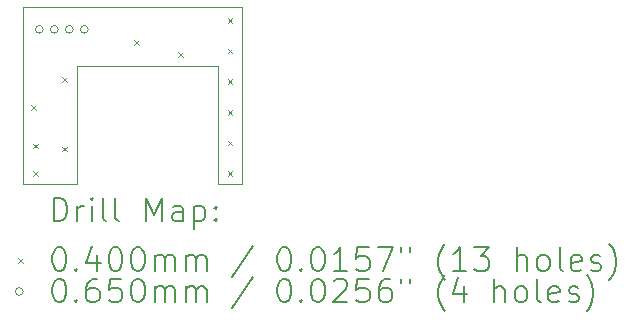
<source format=gbr>
%FSLAX45Y45*%
G04 Gerber Fmt 4.5, Leading zero omitted, Abs format (unit mm)*
G04 Created by KiCad (PCBNEW (6.0.6)) date 2022-06-25 15:26:02*
%MOMM*%
%LPD*%
G01*
G04 APERTURE LIST*
%TA.AperFunction,Profile*%
%ADD10C,0.050000*%
%TD*%
%ADD11C,0.200000*%
%ADD12C,0.040000*%
%ADD13C,0.065000*%
G04 APERTURE END LIST*
D10*
X15800000Y-8000000D02*
X15800000Y-9500000D01*
X14400000Y-9500000D02*
X13950000Y-9500000D01*
X14400000Y-9500000D02*
X14400000Y-8500000D01*
X14400000Y-8500000D02*
X15600000Y-8500000D01*
X15600000Y-8500000D02*
X15600000Y-9500000D01*
X15800000Y-9500000D02*
X15600000Y-9500000D01*
X13950000Y-9500000D02*
X13950000Y-8000000D01*
X13950000Y-8000000D02*
X15800000Y-8000000D01*
D11*
D12*
X14017000Y-8831000D02*
X14057000Y-8871000D01*
X14057000Y-8831000D02*
X14017000Y-8871000D01*
X14030000Y-9154000D02*
X14070000Y-9194000D01*
X14070000Y-9154000D02*
X14030000Y-9194000D01*
X14030000Y-9390000D02*
X14070000Y-9430000D01*
X14070000Y-9390000D02*
X14030000Y-9430000D01*
X14278000Y-9179000D02*
X14318000Y-9219000D01*
X14318000Y-9179000D02*
X14278000Y-9219000D01*
X14280000Y-8589000D02*
X14320000Y-8629000D01*
X14320000Y-8589000D02*
X14280000Y-8629000D01*
X14885000Y-8280000D02*
X14925000Y-8320000D01*
X14925000Y-8280000D02*
X14885000Y-8320000D01*
X15263000Y-8381000D02*
X15303000Y-8421000D01*
X15303000Y-8381000D02*
X15263000Y-8421000D01*
X15680000Y-8090000D02*
X15720000Y-8130000D01*
X15720000Y-8090000D02*
X15680000Y-8130000D01*
X15680000Y-8350000D02*
X15720000Y-8390000D01*
X15720000Y-8350000D02*
X15680000Y-8390000D01*
X15680000Y-8610000D02*
X15720000Y-8650000D01*
X15720000Y-8610000D02*
X15680000Y-8650000D01*
X15680000Y-8870000D02*
X15720000Y-8910000D01*
X15720000Y-8870000D02*
X15680000Y-8910000D01*
X15680000Y-9130000D02*
X15720000Y-9170000D01*
X15720000Y-9130000D02*
X15680000Y-9170000D01*
X15680000Y-9390000D02*
X15720000Y-9430000D01*
X15720000Y-9390000D02*
X15680000Y-9430000D01*
D13*
X14116500Y-8187000D02*
G75*
G03*
X14116500Y-8187000I-32500J0D01*
G01*
X14243500Y-8187000D02*
G75*
G03*
X14243500Y-8187000I-32500J0D01*
G01*
X14370500Y-8187000D02*
G75*
G03*
X14370500Y-8187000I-32500J0D01*
G01*
X14497500Y-8187000D02*
G75*
G03*
X14497500Y-8187000I-32500J0D01*
G01*
D11*
X14205119Y-9812976D02*
X14205119Y-9612976D01*
X14252738Y-9612976D01*
X14281309Y-9622500D01*
X14300357Y-9641548D01*
X14309881Y-9660595D01*
X14319405Y-9698690D01*
X14319405Y-9727262D01*
X14309881Y-9765357D01*
X14300357Y-9784405D01*
X14281309Y-9803452D01*
X14252738Y-9812976D01*
X14205119Y-9812976D01*
X14405119Y-9812976D02*
X14405119Y-9679643D01*
X14405119Y-9717738D02*
X14414643Y-9698690D01*
X14424167Y-9689167D01*
X14443214Y-9679643D01*
X14462262Y-9679643D01*
X14528928Y-9812976D02*
X14528928Y-9679643D01*
X14528928Y-9612976D02*
X14519405Y-9622500D01*
X14528928Y-9632024D01*
X14538452Y-9622500D01*
X14528928Y-9612976D01*
X14528928Y-9632024D01*
X14652738Y-9812976D02*
X14633690Y-9803452D01*
X14624167Y-9784405D01*
X14624167Y-9612976D01*
X14757500Y-9812976D02*
X14738452Y-9803452D01*
X14728928Y-9784405D01*
X14728928Y-9612976D01*
X14986071Y-9812976D02*
X14986071Y-9612976D01*
X15052738Y-9755833D01*
X15119405Y-9612976D01*
X15119405Y-9812976D01*
X15300357Y-9812976D02*
X15300357Y-9708214D01*
X15290833Y-9689167D01*
X15271786Y-9679643D01*
X15233690Y-9679643D01*
X15214643Y-9689167D01*
X15300357Y-9803452D02*
X15281309Y-9812976D01*
X15233690Y-9812976D01*
X15214643Y-9803452D01*
X15205119Y-9784405D01*
X15205119Y-9765357D01*
X15214643Y-9746310D01*
X15233690Y-9736786D01*
X15281309Y-9736786D01*
X15300357Y-9727262D01*
X15395595Y-9679643D02*
X15395595Y-9879643D01*
X15395595Y-9689167D02*
X15414643Y-9679643D01*
X15452738Y-9679643D01*
X15471786Y-9689167D01*
X15481309Y-9698690D01*
X15490833Y-9717738D01*
X15490833Y-9774881D01*
X15481309Y-9793929D01*
X15471786Y-9803452D01*
X15452738Y-9812976D01*
X15414643Y-9812976D01*
X15395595Y-9803452D01*
X15576548Y-9793929D02*
X15586071Y-9803452D01*
X15576548Y-9812976D01*
X15567024Y-9803452D01*
X15576548Y-9793929D01*
X15576548Y-9812976D01*
X15576548Y-9689167D02*
X15586071Y-9698690D01*
X15576548Y-9708214D01*
X15567024Y-9698690D01*
X15576548Y-9689167D01*
X15576548Y-9708214D01*
D12*
X13907500Y-10122500D02*
X13947500Y-10162500D01*
X13947500Y-10122500D02*
X13907500Y-10162500D01*
D11*
X14243214Y-10032976D02*
X14262262Y-10032976D01*
X14281309Y-10042500D01*
X14290833Y-10052024D01*
X14300357Y-10071071D01*
X14309881Y-10109167D01*
X14309881Y-10156786D01*
X14300357Y-10194881D01*
X14290833Y-10213929D01*
X14281309Y-10223452D01*
X14262262Y-10232976D01*
X14243214Y-10232976D01*
X14224167Y-10223452D01*
X14214643Y-10213929D01*
X14205119Y-10194881D01*
X14195595Y-10156786D01*
X14195595Y-10109167D01*
X14205119Y-10071071D01*
X14214643Y-10052024D01*
X14224167Y-10042500D01*
X14243214Y-10032976D01*
X14395595Y-10213929D02*
X14405119Y-10223452D01*
X14395595Y-10232976D01*
X14386071Y-10223452D01*
X14395595Y-10213929D01*
X14395595Y-10232976D01*
X14576548Y-10099643D02*
X14576548Y-10232976D01*
X14528928Y-10023452D02*
X14481309Y-10166310D01*
X14605119Y-10166310D01*
X14719405Y-10032976D02*
X14738452Y-10032976D01*
X14757500Y-10042500D01*
X14767024Y-10052024D01*
X14776548Y-10071071D01*
X14786071Y-10109167D01*
X14786071Y-10156786D01*
X14776548Y-10194881D01*
X14767024Y-10213929D01*
X14757500Y-10223452D01*
X14738452Y-10232976D01*
X14719405Y-10232976D01*
X14700357Y-10223452D01*
X14690833Y-10213929D01*
X14681309Y-10194881D01*
X14671786Y-10156786D01*
X14671786Y-10109167D01*
X14681309Y-10071071D01*
X14690833Y-10052024D01*
X14700357Y-10042500D01*
X14719405Y-10032976D01*
X14909881Y-10032976D02*
X14928928Y-10032976D01*
X14947976Y-10042500D01*
X14957500Y-10052024D01*
X14967024Y-10071071D01*
X14976548Y-10109167D01*
X14976548Y-10156786D01*
X14967024Y-10194881D01*
X14957500Y-10213929D01*
X14947976Y-10223452D01*
X14928928Y-10232976D01*
X14909881Y-10232976D01*
X14890833Y-10223452D01*
X14881309Y-10213929D01*
X14871786Y-10194881D01*
X14862262Y-10156786D01*
X14862262Y-10109167D01*
X14871786Y-10071071D01*
X14881309Y-10052024D01*
X14890833Y-10042500D01*
X14909881Y-10032976D01*
X15062262Y-10232976D02*
X15062262Y-10099643D01*
X15062262Y-10118690D02*
X15071786Y-10109167D01*
X15090833Y-10099643D01*
X15119405Y-10099643D01*
X15138452Y-10109167D01*
X15147976Y-10128214D01*
X15147976Y-10232976D01*
X15147976Y-10128214D02*
X15157500Y-10109167D01*
X15176548Y-10099643D01*
X15205119Y-10099643D01*
X15224167Y-10109167D01*
X15233690Y-10128214D01*
X15233690Y-10232976D01*
X15328928Y-10232976D02*
X15328928Y-10099643D01*
X15328928Y-10118690D02*
X15338452Y-10109167D01*
X15357500Y-10099643D01*
X15386071Y-10099643D01*
X15405119Y-10109167D01*
X15414643Y-10128214D01*
X15414643Y-10232976D01*
X15414643Y-10128214D02*
X15424167Y-10109167D01*
X15443214Y-10099643D01*
X15471786Y-10099643D01*
X15490833Y-10109167D01*
X15500357Y-10128214D01*
X15500357Y-10232976D01*
X15890833Y-10023452D02*
X15719405Y-10280595D01*
X16147976Y-10032976D02*
X16167024Y-10032976D01*
X16186071Y-10042500D01*
X16195595Y-10052024D01*
X16205119Y-10071071D01*
X16214643Y-10109167D01*
X16214643Y-10156786D01*
X16205119Y-10194881D01*
X16195595Y-10213929D01*
X16186071Y-10223452D01*
X16167024Y-10232976D01*
X16147976Y-10232976D01*
X16128928Y-10223452D01*
X16119405Y-10213929D01*
X16109881Y-10194881D01*
X16100357Y-10156786D01*
X16100357Y-10109167D01*
X16109881Y-10071071D01*
X16119405Y-10052024D01*
X16128928Y-10042500D01*
X16147976Y-10032976D01*
X16300357Y-10213929D02*
X16309881Y-10223452D01*
X16300357Y-10232976D01*
X16290833Y-10223452D01*
X16300357Y-10213929D01*
X16300357Y-10232976D01*
X16433690Y-10032976D02*
X16452738Y-10032976D01*
X16471786Y-10042500D01*
X16481309Y-10052024D01*
X16490833Y-10071071D01*
X16500357Y-10109167D01*
X16500357Y-10156786D01*
X16490833Y-10194881D01*
X16481309Y-10213929D01*
X16471786Y-10223452D01*
X16452738Y-10232976D01*
X16433690Y-10232976D01*
X16414643Y-10223452D01*
X16405119Y-10213929D01*
X16395595Y-10194881D01*
X16386071Y-10156786D01*
X16386071Y-10109167D01*
X16395595Y-10071071D01*
X16405119Y-10052024D01*
X16414643Y-10042500D01*
X16433690Y-10032976D01*
X16690833Y-10232976D02*
X16576548Y-10232976D01*
X16633690Y-10232976D02*
X16633690Y-10032976D01*
X16614643Y-10061548D01*
X16595595Y-10080595D01*
X16576548Y-10090119D01*
X16871786Y-10032976D02*
X16776548Y-10032976D01*
X16767024Y-10128214D01*
X16776548Y-10118690D01*
X16795595Y-10109167D01*
X16843214Y-10109167D01*
X16862262Y-10118690D01*
X16871786Y-10128214D01*
X16881310Y-10147262D01*
X16881310Y-10194881D01*
X16871786Y-10213929D01*
X16862262Y-10223452D01*
X16843214Y-10232976D01*
X16795595Y-10232976D01*
X16776548Y-10223452D01*
X16767024Y-10213929D01*
X16947976Y-10032976D02*
X17081310Y-10032976D01*
X16995595Y-10232976D01*
X17147976Y-10032976D02*
X17147976Y-10071071D01*
X17224167Y-10032976D02*
X17224167Y-10071071D01*
X17519405Y-10309167D02*
X17509881Y-10299643D01*
X17490833Y-10271071D01*
X17481310Y-10252024D01*
X17471786Y-10223452D01*
X17462262Y-10175833D01*
X17462262Y-10137738D01*
X17471786Y-10090119D01*
X17481310Y-10061548D01*
X17490833Y-10042500D01*
X17509881Y-10013929D01*
X17519405Y-10004405D01*
X17700357Y-10232976D02*
X17586071Y-10232976D01*
X17643214Y-10232976D02*
X17643214Y-10032976D01*
X17624167Y-10061548D01*
X17605119Y-10080595D01*
X17586071Y-10090119D01*
X17767024Y-10032976D02*
X17890833Y-10032976D01*
X17824167Y-10109167D01*
X17852738Y-10109167D01*
X17871786Y-10118690D01*
X17881310Y-10128214D01*
X17890833Y-10147262D01*
X17890833Y-10194881D01*
X17881310Y-10213929D01*
X17871786Y-10223452D01*
X17852738Y-10232976D01*
X17795595Y-10232976D01*
X17776548Y-10223452D01*
X17767024Y-10213929D01*
X18128929Y-10232976D02*
X18128929Y-10032976D01*
X18214643Y-10232976D02*
X18214643Y-10128214D01*
X18205119Y-10109167D01*
X18186071Y-10099643D01*
X18157500Y-10099643D01*
X18138452Y-10109167D01*
X18128929Y-10118690D01*
X18338452Y-10232976D02*
X18319405Y-10223452D01*
X18309881Y-10213929D01*
X18300357Y-10194881D01*
X18300357Y-10137738D01*
X18309881Y-10118690D01*
X18319405Y-10109167D01*
X18338452Y-10099643D01*
X18367024Y-10099643D01*
X18386071Y-10109167D01*
X18395595Y-10118690D01*
X18405119Y-10137738D01*
X18405119Y-10194881D01*
X18395595Y-10213929D01*
X18386071Y-10223452D01*
X18367024Y-10232976D01*
X18338452Y-10232976D01*
X18519405Y-10232976D02*
X18500357Y-10223452D01*
X18490833Y-10204405D01*
X18490833Y-10032976D01*
X18671786Y-10223452D02*
X18652738Y-10232976D01*
X18614643Y-10232976D01*
X18595595Y-10223452D01*
X18586071Y-10204405D01*
X18586071Y-10128214D01*
X18595595Y-10109167D01*
X18614643Y-10099643D01*
X18652738Y-10099643D01*
X18671786Y-10109167D01*
X18681310Y-10128214D01*
X18681310Y-10147262D01*
X18586071Y-10166310D01*
X18757500Y-10223452D02*
X18776548Y-10232976D01*
X18814643Y-10232976D01*
X18833690Y-10223452D01*
X18843214Y-10204405D01*
X18843214Y-10194881D01*
X18833690Y-10175833D01*
X18814643Y-10166310D01*
X18786071Y-10166310D01*
X18767024Y-10156786D01*
X18757500Y-10137738D01*
X18757500Y-10128214D01*
X18767024Y-10109167D01*
X18786071Y-10099643D01*
X18814643Y-10099643D01*
X18833690Y-10109167D01*
X18909881Y-10309167D02*
X18919405Y-10299643D01*
X18938452Y-10271071D01*
X18947976Y-10252024D01*
X18957500Y-10223452D01*
X18967024Y-10175833D01*
X18967024Y-10137738D01*
X18957500Y-10090119D01*
X18947976Y-10061548D01*
X18938452Y-10042500D01*
X18919405Y-10013929D01*
X18909881Y-10004405D01*
D13*
X13947500Y-10406500D02*
G75*
G03*
X13947500Y-10406500I-32500J0D01*
G01*
D11*
X14243214Y-10296976D02*
X14262262Y-10296976D01*
X14281309Y-10306500D01*
X14290833Y-10316024D01*
X14300357Y-10335071D01*
X14309881Y-10373167D01*
X14309881Y-10420786D01*
X14300357Y-10458881D01*
X14290833Y-10477929D01*
X14281309Y-10487452D01*
X14262262Y-10496976D01*
X14243214Y-10496976D01*
X14224167Y-10487452D01*
X14214643Y-10477929D01*
X14205119Y-10458881D01*
X14195595Y-10420786D01*
X14195595Y-10373167D01*
X14205119Y-10335071D01*
X14214643Y-10316024D01*
X14224167Y-10306500D01*
X14243214Y-10296976D01*
X14395595Y-10477929D02*
X14405119Y-10487452D01*
X14395595Y-10496976D01*
X14386071Y-10487452D01*
X14395595Y-10477929D01*
X14395595Y-10496976D01*
X14576548Y-10296976D02*
X14538452Y-10296976D01*
X14519405Y-10306500D01*
X14509881Y-10316024D01*
X14490833Y-10344595D01*
X14481309Y-10382690D01*
X14481309Y-10458881D01*
X14490833Y-10477929D01*
X14500357Y-10487452D01*
X14519405Y-10496976D01*
X14557500Y-10496976D01*
X14576548Y-10487452D01*
X14586071Y-10477929D01*
X14595595Y-10458881D01*
X14595595Y-10411262D01*
X14586071Y-10392214D01*
X14576548Y-10382690D01*
X14557500Y-10373167D01*
X14519405Y-10373167D01*
X14500357Y-10382690D01*
X14490833Y-10392214D01*
X14481309Y-10411262D01*
X14776548Y-10296976D02*
X14681309Y-10296976D01*
X14671786Y-10392214D01*
X14681309Y-10382690D01*
X14700357Y-10373167D01*
X14747976Y-10373167D01*
X14767024Y-10382690D01*
X14776548Y-10392214D01*
X14786071Y-10411262D01*
X14786071Y-10458881D01*
X14776548Y-10477929D01*
X14767024Y-10487452D01*
X14747976Y-10496976D01*
X14700357Y-10496976D01*
X14681309Y-10487452D01*
X14671786Y-10477929D01*
X14909881Y-10296976D02*
X14928928Y-10296976D01*
X14947976Y-10306500D01*
X14957500Y-10316024D01*
X14967024Y-10335071D01*
X14976548Y-10373167D01*
X14976548Y-10420786D01*
X14967024Y-10458881D01*
X14957500Y-10477929D01*
X14947976Y-10487452D01*
X14928928Y-10496976D01*
X14909881Y-10496976D01*
X14890833Y-10487452D01*
X14881309Y-10477929D01*
X14871786Y-10458881D01*
X14862262Y-10420786D01*
X14862262Y-10373167D01*
X14871786Y-10335071D01*
X14881309Y-10316024D01*
X14890833Y-10306500D01*
X14909881Y-10296976D01*
X15062262Y-10496976D02*
X15062262Y-10363643D01*
X15062262Y-10382690D02*
X15071786Y-10373167D01*
X15090833Y-10363643D01*
X15119405Y-10363643D01*
X15138452Y-10373167D01*
X15147976Y-10392214D01*
X15147976Y-10496976D01*
X15147976Y-10392214D02*
X15157500Y-10373167D01*
X15176548Y-10363643D01*
X15205119Y-10363643D01*
X15224167Y-10373167D01*
X15233690Y-10392214D01*
X15233690Y-10496976D01*
X15328928Y-10496976D02*
X15328928Y-10363643D01*
X15328928Y-10382690D02*
X15338452Y-10373167D01*
X15357500Y-10363643D01*
X15386071Y-10363643D01*
X15405119Y-10373167D01*
X15414643Y-10392214D01*
X15414643Y-10496976D01*
X15414643Y-10392214D02*
X15424167Y-10373167D01*
X15443214Y-10363643D01*
X15471786Y-10363643D01*
X15490833Y-10373167D01*
X15500357Y-10392214D01*
X15500357Y-10496976D01*
X15890833Y-10287452D02*
X15719405Y-10544595D01*
X16147976Y-10296976D02*
X16167024Y-10296976D01*
X16186071Y-10306500D01*
X16195595Y-10316024D01*
X16205119Y-10335071D01*
X16214643Y-10373167D01*
X16214643Y-10420786D01*
X16205119Y-10458881D01*
X16195595Y-10477929D01*
X16186071Y-10487452D01*
X16167024Y-10496976D01*
X16147976Y-10496976D01*
X16128928Y-10487452D01*
X16119405Y-10477929D01*
X16109881Y-10458881D01*
X16100357Y-10420786D01*
X16100357Y-10373167D01*
X16109881Y-10335071D01*
X16119405Y-10316024D01*
X16128928Y-10306500D01*
X16147976Y-10296976D01*
X16300357Y-10477929D02*
X16309881Y-10487452D01*
X16300357Y-10496976D01*
X16290833Y-10487452D01*
X16300357Y-10477929D01*
X16300357Y-10496976D01*
X16433690Y-10296976D02*
X16452738Y-10296976D01*
X16471786Y-10306500D01*
X16481309Y-10316024D01*
X16490833Y-10335071D01*
X16500357Y-10373167D01*
X16500357Y-10420786D01*
X16490833Y-10458881D01*
X16481309Y-10477929D01*
X16471786Y-10487452D01*
X16452738Y-10496976D01*
X16433690Y-10496976D01*
X16414643Y-10487452D01*
X16405119Y-10477929D01*
X16395595Y-10458881D01*
X16386071Y-10420786D01*
X16386071Y-10373167D01*
X16395595Y-10335071D01*
X16405119Y-10316024D01*
X16414643Y-10306500D01*
X16433690Y-10296976D01*
X16576548Y-10316024D02*
X16586071Y-10306500D01*
X16605119Y-10296976D01*
X16652738Y-10296976D01*
X16671786Y-10306500D01*
X16681309Y-10316024D01*
X16690833Y-10335071D01*
X16690833Y-10354119D01*
X16681309Y-10382690D01*
X16567024Y-10496976D01*
X16690833Y-10496976D01*
X16871786Y-10296976D02*
X16776548Y-10296976D01*
X16767024Y-10392214D01*
X16776548Y-10382690D01*
X16795595Y-10373167D01*
X16843214Y-10373167D01*
X16862262Y-10382690D01*
X16871786Y-10392214D01*
X16881310Y-10411262D01*
X16881310Y-10458881D01*
X16871786Y-10477929D01*
X16862262Y-10487452D01*
X16843214Y-10496976D01*
X16795595Y-10496976D01*
X16776548Y-10487452D01*
X16767024Y-10477929D01*
X17052738Y-10296976D02*
X17014643Y-10296976D01*
X16995595Y-10306500D01*
X16986071Y-10316024D01*
X16967024Y-10344595D01*
X16957500Y-10382690D01*
X16957500Y-10458881D01*
X16967024Y-10477929D01*
X16976548Y-10487452D01*
X16995595Y-10496976D01*
X17033690Y-10496976D01*
X17052738Y-10487452D01*
X17062262Y-10477929D01*
X17071786Y-10458881D01*
X17071786Y-10411262D01*
X17062262Y-10392214D01*
X17052738Y-10382690D01*
X17033690Y-10373167D01*
X16995595Y-10373167D01*
X16976548Y-10382690D01*
X16967024Y-10392214D01*
X16957500Y-10411262D01*
X17147976Y-10296976D02*
X17147976Y-10335071D01*
X17224167Y-10296976D02*
X17224167Y-10335071D01*
X17519405Y-10573167D02*
X17509881Y-10563643D01*
X17490833Y-10535071D01*
X17481310Y-10516024D01*
X17471786Y-10487452D01*
X17462262Y-10439833D01*
X17462262Y-10401738D01*
X17471786Y-10354119D01*
X17481310Y-10325548D01*
X17490833Y-10306500D01*
X17509881Y-10277929D01*
X17519405Y-10268405D01*
X17681310Y-10363643D02*
X17681310Y-10496976D01*
X17633690Y-10287452D02*
X17586071Y-10430310D01*
X17709881Y-10430310D01*
X17938452Y-10496976D02*
X17938452Y-10296976D01*
X18024167Y-10496976D02*
X18024167Y-10392214D01*
X18014643Y-10373167D01*
X17995595Y-10363643D01*
X17967024Y-10363643D01*
X17947976Y-10373167D01*
X17938452Y-10382690D01*
X18147976Y-10496976D02*
X18128929Y-10487452D01*
X18119405Y-10477929D01*
X18109881Y-10458881D01*
X18109881Y-10401738D01*
X18119405Y-10382690D01*
X18128929Y-10373167D01*
X18147976Y-10363643D01*
X18176548Y-10363643D01*
X18195595Y-10373167D01*
X18205119Y-10382690D01*
X18214643Y-10401738D01*
X18214643Y-10458881D01*
X18205119Y-10477929D01*
X18195595Y-10487452D01*
X18176548Y-10496976D01*
X18147976Y-10496976D01*
X18328929Y-10496976D02*
X18309881Y-10487452D01*
X18300357Y-10468405D01*
X18300357Y-10296976D01*
X18481310Y-10487452D02*
X18462262Y-10496976D01*
X18424167Y-10496976D01*
X18405119Y-10487452D01*
X18395595Y-10468405D01*
X18395595Y-10392214D01*
X18405119Y-10373167D01*
X18424167Y-10363643D01*
X18462262Y-10363643D01*
X18481310Y-10373167D01*
X18490833Y-10392214D01*
X18490833Y-10411262D01*
X18395595Y-10430310D01*
X18567024Y-10487452D02*
X18586071Y-10496976D01*
X18624167Y-10496976D01*
X18643214Y-10487452D01*
X18652738Y-10468405D01*
X18652738Y-10458881D01*
X18643214Y-10439833D01*
X18624167Y-10430310D01*
X18595595Y-10430310D01*
X18576548Y-10420786D01*
X18567024Y-10401738D01*
X18567024Y-10392214D01*
X18576548Y-10373167D01*
X18595595Y-10363643D01*
X18624167Y-10363643D01*
X18643214Y-10373167D01*
X18719405Y-10573167D02*
X18728929Y-10563643D01*
X18747976Y-10535071D01*
X18757500Y-10516024D01*
X18767024Y-10487452D01*
X18776548Y-10439833D01*
X18776548Y-10401738D01*
X18767024Y-10354119D01*
X18757500Y-10325548D01*
X18747976Y-10306500D01*
X18728929Y-10277929D01*
X18719405Y-10268405D01*
M02*

</source>
